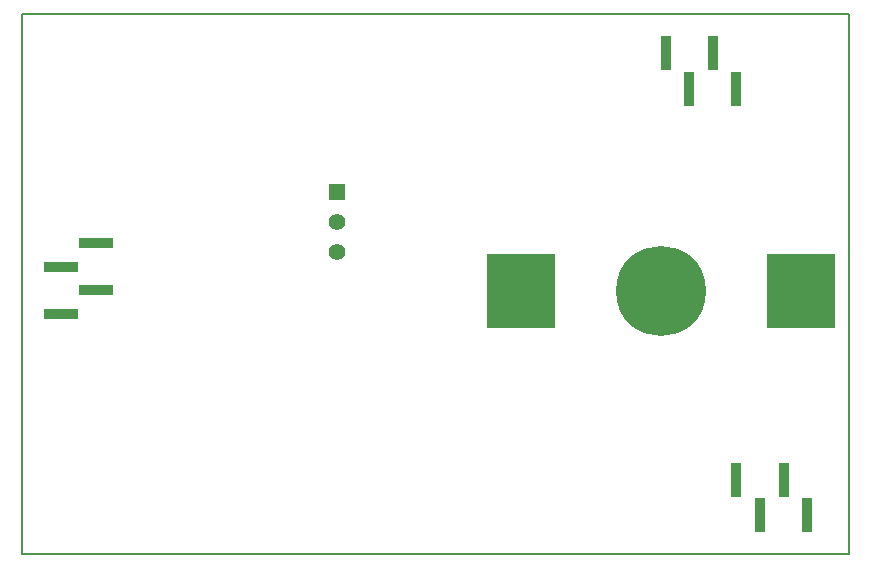
<source format=gbr>
G04 #@! TF.GenerationSoftware,KiCad,Pcbnew,(5.1.5-0-10_14)*
G04 #@! TF.CreationDate,2020-05-22T17:31:33+12:00*
G04 #@! TF.ProjectId,main-board,6d61696e-2d62-46f6-9172-642e6b696361,C*
G04 #@! TF.SameCoordinates,Original*
G04 #@! TF.FileFunction,Soldermask,Bot*
G04 #@! TF.FilePolarity,Negative*
%FSLAX46Y46*%
G04 Gerber Fmt 4.6, Leading zero omitted, Abs format (unit mm)*
G04 Created by KiCad (PCBNEW (5.1.5-0-10_14)) date 2020-05-22 17:31:33*
%MOMM*%
%LPD*%
G04 APERTURE LIST*
%ADD10C,0.200000*%
%ADD11R,3.000000X0.900000*%
%ADD12R,0.900000X3.000000*%
%ADD13C,1.397000*%
%ADD14R,1.397000X1.397000*%
%ADD15R,5.720000X6.350000*%
%ADD16C,7.620000*%
G04 APERTURE END LIST*
D10*
X44000000Y-97300000D02*
X44000000Y-51600000D01*
X114000000Y-97300000D02*
X44000000Y-97300000D01*
X114000000Y-51600000D02*
X114000000Y-97300000D01*
X44000000Y-51600000D02*
X114000000Y-51600000D01*
D11*
X47290000Y-76950000D03*
X50290000Y-74950000D03*
X47290000Y-72950000D03*
X50290000Y-70950000D03*
D12*
X104500000Y-57890000D03*
X102500000Y-54890000D03*
X100500000Y-57890000D03*
X98500000Y-54890000D03*
X110500000Y-94010000D03*
X108500000Y-91010000D03*
X106500000Y-94010000D03*
X104500000Y-91010000D03*
D13*
X70652000Y-71706000D03*
X70652000Y-69166000D03*
D14*
X70652000Y-66626000D03*
D15*
X109954000Y-75008000D03*
X86214000Y-75008000D03*
D16*
X98084000Y-75008000D03*
M02*

</source>
